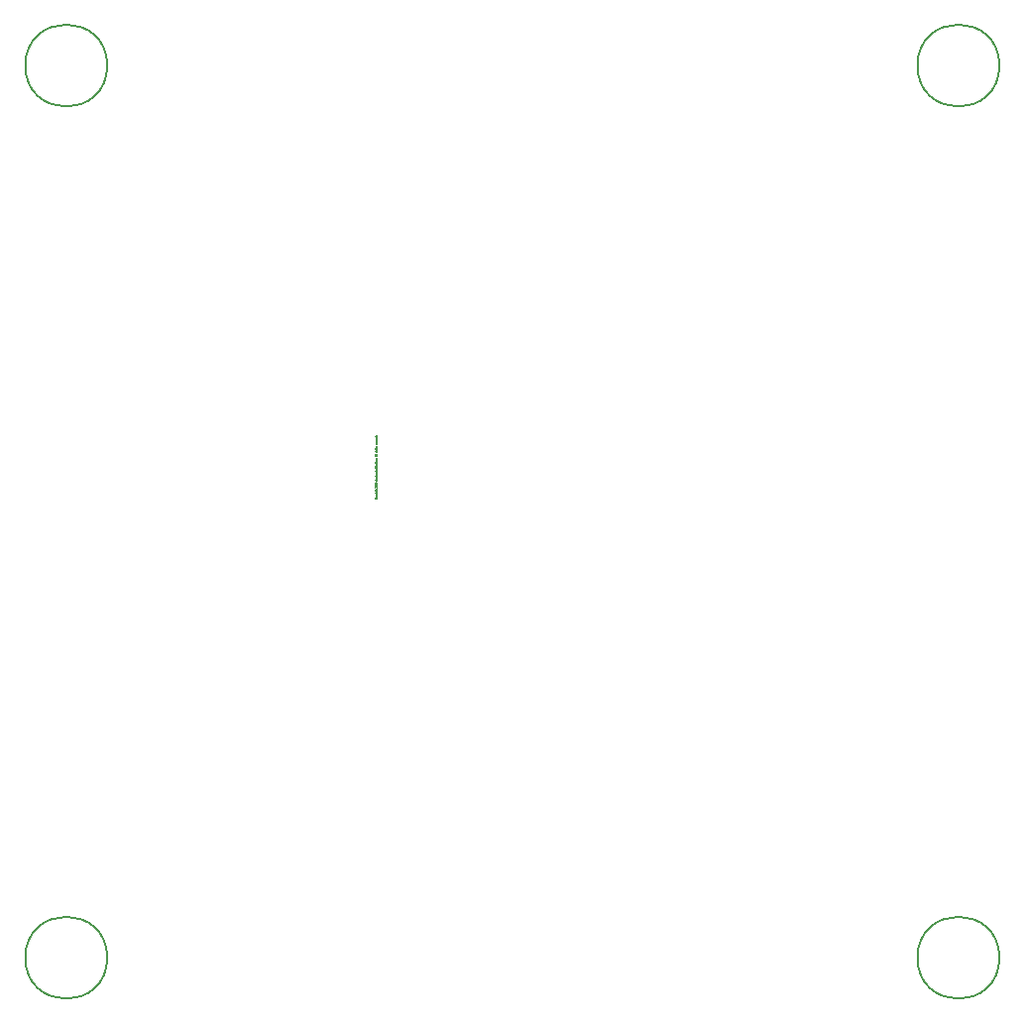
<source format=gbr>
G04 #@! TF.GenerationSoftware,KiCad,Pcbnew,(5.1.9)-1*
G04 #@! TF.CreationDate,2021-05-12T23:26:12-04:00*
G04 #@! TF.ProjectId,ESP32_Controller,45535033-325f-4436-9f6e-74726f6c6c65,v1.2*
G04 #@! TF.SameCoordinates,Original*
G04 #@! TF.FileFunction,Other,Comment*
%FSLAX46Y46*%
G04 Gerber Fmt 4.6, Leading zero omitted, Abs format (unit mm)*
G04 Created by KiCad (PCBNEW (5.1.9)-1) date 2021-05-12 23:26:12*
%MOMM*%
%LPD*%
G01*
G04 APERTURE LIST*
%ADD10C,0.150000*%
%ADD11C,0.002000*%
G04 APERTURE END LIST*
D10*
X123388000Y-51308000D02*
G75*
G03*
X123388000Y-51308000I-3500000J0D01*
G01*
X123388000Y-127508000D02*
G75*
G03*
X123388000Y-127508000I-3500000J0D01*
G01*
X199588000Y-51308000D02*
G75*
G03*
X199588000Y-51308000I-3500000J0D01*
G01*
X199588000Y-127508000D02*
G75*
G03*
X199588000Y-127508000I-3500000J0D01*
G01*
D11*
X146349357Y-88243833D02*
X146355404Y-88249880D01*
X146361452Y-88268023D01*
X146361452Y-88280119D01*
X146355404Y-88298261D01*
X146343309Y-88310357D01*
X146331214Y-88316404D01*
X146307023Y-88322452D01*
X146288880Y-88322452D01*
X146264690Y-88316404D01*
X146252595Y-88310357D01*
X146240500Y-88298261D01*
X146234452Y-88280119D01*
X146234452Y-88268023D01*
X146240500Y-88249880D01*
X146246547Y-88243833D01*
X146361452Y-88171261D02*
X146355404Y-88183357D01*
X146349357Y-88189404D01*
X146337261Y-88195452D01*
X146300976Y-88195452D01*
X146288880Y-88189404D01*
X146282833Y-88183357D01*
X146276785Y-88171261D01*
X146276785Y-88153119D01*
X146282833Y-88141023D01*
X146288880Y-88134976D01*
X146300976Y-88128928D01*
X146337261Y-88128928D01*
X146349357Y-88134976D01*
X146355404Y-88141023D01*
X146361452Y-88153119D01*
X146361452Y-88171261D01*
X146276785Y-88074500D02*
X146403785Y-88074500D01*
X146282833Y-88074500D02*
X146276785Y-88062404D01*
X146276785Y-88038214D01*
X146282833Y-88026119D01*
X146288880Y-88020071D01*
X146300976Y-88014023D01*
X146337261Y-88014023D01*
X146349357Y-88020071D01*
X146355404Y-88026119D01*
X146361452Y-88038214D01*
X146361452Y-88062404D01*
X146355404Y-88074500D01*
X146276785Y-87971690D02*
X146361452Y-87941452D01*
X146276785Y-87911214D02*
X146361452Y-87941452D01*
X146391690Y-87953547D01*
X146397738Y-87959595D01*
X146403785Y-87971690D01*
X146361452Y-87862833D02*
X146276785Y-87862833D01*
X146300976Y-87862833D02*
X146288880Y-87856785D01*
X146282833Y-87850738D01*
X146276785Y-87838642D01*
X146276785Y-87826547D01*
X146361452Y-87784214D02*
X146276785Y-87784214D01*
X146234452Y-87784214D02*
X146240500Y-87790261D01*
X146246547Y-87784214D01*
X146240500Y-87778166D01*
X146234452Y-87784214D01*
X146246547Y-87784214D01*
X146276785Y-87669309D02*
X146379595Y-87669309D01*
X146391690Y-87675357D01*
X146397738Y-87681404D01*
X146403785Y-87693500D01*
X146403785Y-87711642D01*
X146397738Y-87723738D01*
X146355404Y-87669309D02*
X146361452Y-87681404D01*
X146361452Y-87705595D01*
X146355404Y-87717690D01*
X146349357Y-87723738D01*
X146337261Y-87729785D01*
X146300976Y-87729785D01*
X146288880Y-87723738D01*
X146282833Y-87717690D01*
X146276785Y-87705595D01*
X146276785Y-87681404D01*
X146282833Y-87669309D01*
X146361452Y-87608833D02*
X146234452Y-87608833D01*
X146361452Y-87554404D02*
X146294928Y-87554404D01*
X146282833Y-87560452D01*
X146276785Y-87572547D01*
X146276785Y-87590690D01*
X146282833Y-87602785D01*
X146288880Y-87608833D01*
X146276785Y-87512071D02*
X146276785Y-87463690D01*
X146234452Y-87493928D02*
X146343309Y-87493928D01*
X146355404Y-87487880D01*
X146361452Y-87475785D01*
X146361452Y-87463690D01*
X146246547Y-87330642D02*
X146240500Y-87324595D01*
X146234452Y-87312500D01*
X146234452Y-87282261D01*
X146240500Y-87270166D01*
X146246547Y-87264119D01*
X146258642Y-87258071D01*
X146270738Y-87258071D01*
X146288880Y-87264119D01*
X146361452Y-87336690D01*
X146361452Y-87258071D01*
X146234452Y-87179452D02*
X146234452Y-87167357D01*
X146240500Y-87155261D01*
X146246547Y-87149214D01*
X146258642Y-87143166D01*
X146282833Y-87137119D01*
X146313071Y-87137119D01*
X146337261Y-87143166D01*
X146349357Y-87149214D01*
X146355404Y-87155261D01*
X146361452Y-87167357D01*
X146361452Y-87179452D01*
X146355404Y-87191547D01*
X146349357Y-87197595D01*
X146337261Y-87203642D01*
X146313071Y-87209690D01*
X146282833Y-87209690D01*
X146258642Y-87203642D01*
X146246547Y-87197595D01*
X146240500Y-87191547D01*
X146234452Y-87179452D01*
X146361452Y-87016166D02*
X146361452Y-87088738D01*
X146361452Y-87052452D02*
X146234452Y-87052452D01*
X146252595Y-87064547D01*
X146264690Y-87076642D01*
X146270738Y-87088738D01*
X146234452Y-86907309D02*
X146234452Y-86931500D01*
X146240500Y-86943595D01*
X146246547Y-86949642D01*
X146264690Y-86961738D01*
X146288880Y-86967785D01*
X146337261Y-86967785D01*
X146349357Y-86961738D01*
X146355404Y-86955690D01*
X146361452Y-86943595D01*
X146361452Y-86919404D01*
X146355404Y-86907309D01*
X146349357Y-86901261D01*
X146337261Y-86895214D01*
X146307023Y-86895214D01*
X146294928Y-86901261D01*
X146288880Y-86907309D01*
X146282833Y-86919404D01*
X146282833Y-86943595D01*
X146288880Y-86955690D01*
X146294928Y-86961738D01*
X146307023Y-86967785D01*
X146325166Y-86750071D02*
X146325166Y-86689595D01*
X146361452Y-86762166D02*
X146234452Y-86719833D01*
X146361452Y-86677500D01*
X146355404Y-86580738D02*
X146361452Y-86592833D01*
X146361452Y-86617023D01*
X146355404Y-86629119D01*
X146349357Y-86635166D01*
X146337261Y-86641214D01*
X146300976Y-86641214D01*
X146288880Y-86635166D01*
X146282833Y-86629119D01*
X146276785Y-86617023D01*
X146276785Y-86592833D01*
X146282833Y-86580738D01*
X146355404Y-86471880D02*
X146361452Y-86483976D01*
X146361452Y-86508166D01*
X146355404Y-86520261D01*
X146349357Y-86526309D01*
X146337261Y-86532357D01*
X146300976Y-86532357D01*
X146288880Y-86526309D01*
X146282833Y-86520261D01*
X146276785Y-86508166D01*
X146276785Y-86483976D01*
X146282833Y-86471880D01*
X146355404Y-86369071D02*
X146361452Y-86381166D01*
X146361452Y-86405357D01*
X146355404Y-86417452D01*
X146343309Y-86423500D01*
X146294928Y-86423500D01*
X146282833Y-86417452D01*
X146276785Y-86405357D01*
X146276785Y-86381166D01*
X146282833Y-86369071D01*
X146294928Y-86363023D01*
X146307023Y-86363023D01*
X146319119Y-86423500D01*
X146361452Y-86290452D02*
X146355404Y-86302547D01*
X146343309Y-86308595D01*
X146234452Y-86308595D01*
X146355404Y-86193690D02*
X146361452Y-86205785D01*
X146361452Y-86229976D01*
X146355404Y-86242071D01*
X146343309Y-86248119D01*
X146294928Y-86248119D01*
X146282833Y-86242071D01*
X146276785Y-86229976D01*
X146276785Y-86205785D01*
X146282833Y-86193690D01*
X146294928Y-86187642D01*
X146307023Y-86187642D01*
X146319119Y-86248119D01*
X146361452Y-86133214D02*
X146276785Y-86133214D01*
X146300976Y-86133214D02*
X146288880Y-86127166D01*
X146282833Y-86121119D01*
X146276785Y-86109023D01*
X146276785Y-86096928D01*
X146361452Y-86000166D02*
X146294928Y-86000166D01*
X146282833Y-86006214D01*
X146276785Y-86018309D01*
X146276785Y-86042500D01*
X146282833Y-86054595D01*
X146355404Y-86000166D02*
X146361452Y-86012261D01*
X146361452Y-86042500D01*
X146355404Y-86054595D01*
X146343309Y-86060642D01*
X146331214Y-86060642D01*
X146319119Y-86054595D01*
X146313071Y-86042500D01*
X146313071Y-86012261D01*
X146307023Y-86000166D01*
X146276785Y-85957833D02*
X146276785Y-85909452D01*
X146234452Y-85939690D02*
X146343309Y-85939690D01*
X146355404Y-85933642D01*
X146361452Y-85921547D01*
X146361452Y-85909452D01*
X146355404Y-85818738D02*
X146361452Y-85830833D01*
X146361452Y-85855023D01*
X146355404Y-85867119D01*
X146343309Y-85873166D01*
X146294928Y-85873166D01*
X146282833Y-85867119D01*
X146276785Y-85855023D01*
X146276785Y-85830833D01*
X146282833Y-85818738D01*
X146294928Y-85812690D01*
X146307023Y-85812690D01*
X146319119Y-85873166D01*
X146361452Y-85703833D02*
X146234452Y-85703833D01*
X146355404Y-85703833D02*
X146361452Y-85715928D01*
X146361452Y-85740119D01*
X146355404Y-85752214D01*
X146349357Y-85758261D01*
X146337261Y-85764309D01*
X146300976Y-85764309D01*
X146288880Y-85758261D01*
X146282833Y-85752214D01*
X146276785Y-85740119D01*
X146276785Y-85715928D01*
X146282833Y-85703833D01*
X146361452Y-85546595D02*
X146234452Y-85546595D01*
X146234452Y-85516357D01*
X146240500Y-85498214D01*
X146252595Y-85486119D01*
X146264690Y-85480071D01*
X146288880Y-85474023D01*
X146307023Y-85474023D01*
X146331214Y-85480071D01*
X146343309Y-85486119D01*
X146355404Y-85498214D01*
X146361452Y-85516357D01*
X146361452Y-85546595D01*
X146355404Y-85371214D02*
X146361452Y-85383309D01*
X146361452Y-85407500D01*
X146355404Y-85419595D01*
X146343309Y-85425642D01*
X146294928Y-85425642D01*
X146282833Y-85419595D01*
X146276785Y-85407500D01*
X146276785Y-85383309D01*
X146282833Y-85371214D01*
X146294928Y-85365166D01*
X146307023Y-85365166D01*
X146319119Y-85425642D01*
X146355404Y-85316785D02*
X146361452Y-85304690D01*
X146361452Y-85280500D01*
X146355404Y-85268404D01*
X146343309Y-85262357D01*
X146337261Y-85262357D01*
X146325166Y-85268404D01*
X146319119Y-85280500D01*
X146319119Y-85298642D01*
X146313071Y-85310738D01*
X146300976Y-85316785D01*
X146294928Y-85316785D01*
X146282833Y-85310738D01*
X146276785Y-85298642D01*
X146276785Y-85280500D01*
X146282833Y-85268404D01*
X146361452Y-85207928D02*
X146276785Y-85207928D01*
X146234452Y-85207928D02*
X146240500Y-85213976D01*
X146246547Y-85207928D01*
X146240500Y-85201880D01*
X146234452Y-85207928D01*
X146246547Y-85207928D01*
X146276785Y-85093023D02*
X146379595Y-85093023D01*
X146391690Y-85099071D01*
X146397738Y-85105119D01*
X146403785Y-85117214D01*
X146403785Y-85135357D01*
X146397738Y-85147452D01*
X146355404Y-85093023D02*
X146361452Y-85105119D01*
X146361452Y-85129309D01*
X146355404Y-85141404D01*
X146349357Y-85147452D01*
X146337261Y-85153500D01*
X146300976Y-85153500D01*
X146288880Y-85147452D01*
X146282833Y-85141404D01*
X146276785Y-85129309D01*
X146276785Y-85105119D01*
X146282833Y-85093023D01*
X146276785Y-85032547D02*
X146361452Y-85032547D01*
X146288880Y-85032547D02*
X146282833Y-85026500D01*
X146276785Y-85014404D01*
X146276785Y-84996261D01*
X146282833Y-84984166D01*
X146294928Y-84978119D01*
X146361452Y-84978119D01*
X146355404Y-84923690D02*
X146361452Y-84911595D01*
X146361452Y-84887404D01*
X146355404Y-84875309D01*
X146343309Y-84869261D01*
X146337261Y-84869261D01*
X146325166Y-84875309D01*
X146319119Y-84887404D01*
X146319119Y-84905547D01*
X146313071Y-84917642D01*
X146300976Y-84923690D01*
X146294928Y-84923690D01*
X146282833Y-84917642D01*
X146276785Y-84905547D01*
X146276785Y-84887404D01*
X146282833Y-84875309D01*
X146349357Y-84814833D02*
X146355404Y-84808785D01*
X146361452Y-84814833D01*
X146355404Y-84820880D01*
X146349357Y-84814833D01*
X146361452Y-84814833D01*
X146325166Y-84663642D02*
X146325166Y-84603166D01*
X146361452Y-84675738D02*
X146234452Y-84633404D01*
X146361452Y-84591071D01*
X146361452Y-84530595D02*
X146355404Y-84542690D01*
X146343309Y-84548738D01*
X146234452Y-84548738D01*
X146361452Y-84464071D02*
X146355404Y-84476166D01*
X146343309Y-84482214D01*
X146234452Y-84482214D01*
X146361452Y-84318928D02*
X146276785Y-84318928D01*
X146300976Y-84318928D02*
X146288880Y-84312880D01*
X146282833Y-84306833D01*
X146276785Y-84294738D01*
X146276785Y-84282642D01*
X146361452Y-84240309D02*
X146276785Y-84240309D01*
X146234452Y-84240309D02*
X146240500Y-84246357D01*
X146246547Y-84240309D01*
X146240500Y-84234261D01*
X146234452Y-84240309D01*
X146246547Y-84240309D01*
X146276785Y-84125404D02*
X146379595Y-84125404D01*
X146391690Y-84131452D01*
X146397738Y-84137500D01*
X146403785Y-84149595D01*
X146403785Y-84167738D01*
X146397738Y-84179833D01*
X146355404Y-84125404D02*
X146361452Y-84137500D01*
X146361452Y-84161690D01*
X146355404Y-84173785D01*
X146349357Y-84179833D01*
X146337261Y-84185880D01*
X146300976Y-84185880D01*
X146288880Y-84179833D01*
X146282833Y-84173785D01*
X146276785Y-84161690D01*
X146276785Y-84137500D01*
X146282833Y-84125404D01*
X146361452Y-84064928D02*
X146234452Y-84064928D01*
X146361452Y-84010500D02*
X146294928Y-84010500D01*
X146282833Y-84016547D01*
X146276785Y-84028642D01*
X146276785Y-84046785D01*
X146282833Y-84058880D01*
X146288880Y-84064928D01*
X146276785Y-83968166D02*
X146276785Y-83919785D01*
X146234452Y-83950023D02*
X146343309Y-83950023D01*
X146355404Y-83943976D01*
X146361452Y-83931880D01*
X146361452Y-83919785D01*
X146355404Y-83883500D02*
X146361452Y-83871404D01*
X146361452Y-83847214D01*
X146355404Y-83835119D01*
X146343309Y-83829071D01*
X146337261Y-83829071D01*
X146325166Y-83835119D01*
X146319119Y-83847214D01*
X146319119Y-83865357D01*
X146313071Y-83877452D01*
X146300976Y-83883500D01*
X146294928Y-83883500D01*
X146282833Y-83877452D01*
X146276785Y-83865357D01*
X146276785Y-83847214D01*
X146282833Y-83835119D01*
X146361452Y-83677880D02*
X146276785Y-83677880D01*
X146300976Y-83677880D02*
X146288880Y-83671833D01*
X146282833Y-83665785D01*
X146276785Y-83653690D01*
X146276785Y-83641595D01*
X146355404Y-83550880D02*
X146361452Y-83562976D01*
X146361452Y-83587166D01*
X146355404Y-83599261D01*
X146343309Y-83605309D01*
X146294928Y-83605309D01*
X146282833Y-83599261D01*
X146276785Y-83587166D01*
X146276785Y-83562976D01*
X146282833Y-83550880D01*
X146294928Y-83544833D01*
X146307023Y-83544833D01*
X146319119Y-83605309D01*
X146355404Y-83496452D02*
X146361452Y-83484357D01*
X146361452Y-83460166D01*
X146355404Y-83448071D01*
X146343309Y-83442023D01*
X146337261Y-83442023D01*
X146325166Y-83448071D01*
X146319119Y-83460166D01*
X146319119Y-83478309D01*
X146313071Y-83490404D01*
X146300976Y-83496452D01*
X146294928Y-83496452D01*
X146282833Y-83490404D01*
X146276785Y-83478309D01*
X146276785Y-83460166D01*
X146282833Y-83448071D01*
X146355404Y-83339214D02*
X146361452Y-83351309D01*
X146361452Y-83375500D01*
X146355404Y-83387595D01*
X146343309Y-83393642D01*
X146294928Y-83393642D01*
X146282833Y-83387595D01*
X146276785Y-83375500D01*
X146276785Y-83351309D01*
X146282833Y-83339214D01*
X146294928Y-83333166D01*
X146307023Y-83333166D01*
X146319119Y-83393642D01*
X146361452Y-83278738D02*
X146276785Y-83278738D01*
X146300976Y-83278738D02*
X146288880Y-83272690D01*
X146282833Y-83266642D01*
X146276785Y-83254547D01*
X146276785Y-83242452D01*
X146276785Y-83212214D02*
X146361452Y-83181976D01*
X146276785Y-83151738D01*
X146355404Y-83054976D02*
X146361452Y-83067071D01*
X146361452Y-83091261D01*
X146355404Y-83103357D01*
X146343309Y-83109404D01*
X146294928Y-83109404D01*
X146282833Y-83103357D01*
X146276785Y-83091261D01*
X146276785Y-83067071D01*
X146282833Y-83054976D01*
X146294928Y-83048928D01*
X146307023Y-83048928D01*
X146319119Y-83109404D01*
X146361452Y-82940071D02*
X146234452Y-82940071D01*
X146355404Y-82940071D02*
X146361452Y-82952166D01*
X146361452Y-82976357D01*
X146355404Y-82988452D01*
X146349357Y-82994500D01*
X146337261Y-83000547D01*
X146300976Y-83000547D01*
X146288880Y-82994500D01*
X146282833Y-82988452D01*
X146276785Y-82976357D01*
X146276785Y-82952166D01*
X146282833Y-82940071D01*
X146349357Y-82879595D02*
X146355404Y-82873547D01*
X146361452Y-82879595D01*
X146355404Y-82885642D01*
X146349357Y-82879595D01*
X146361452Y-82879595D01*
M02*

</source>
